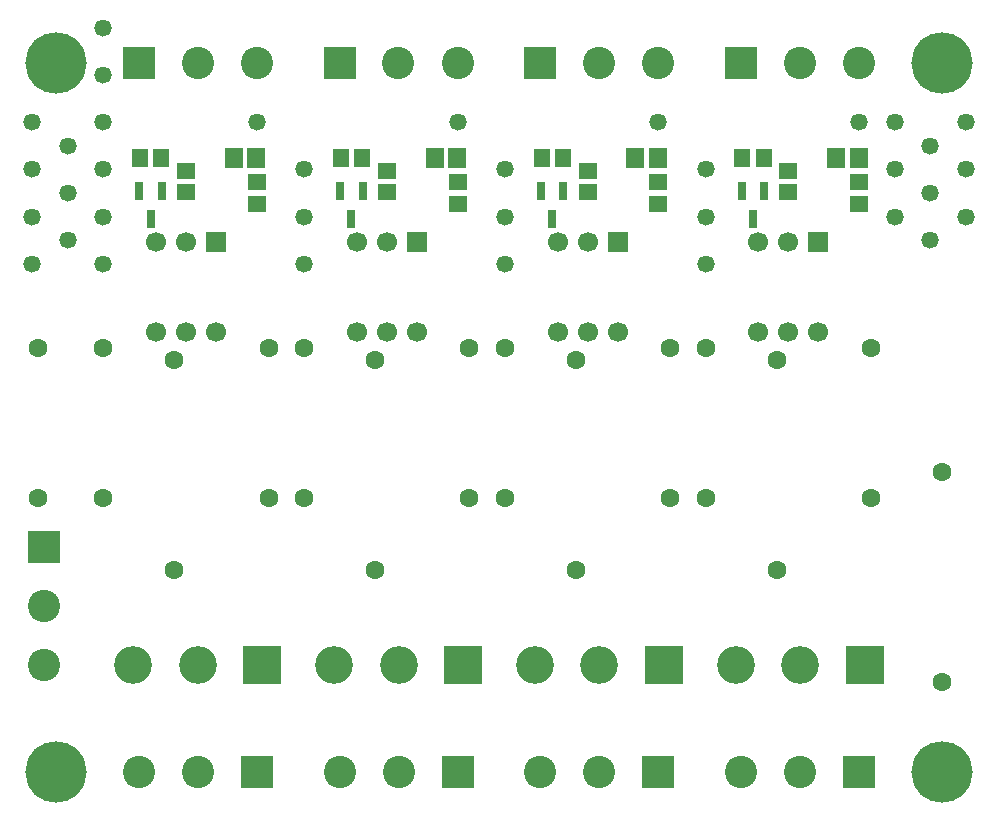
<source format=gts>
G04 Layer_Color=8388736*
%FSAX42Y42*%
%MOMM*%
G71*
G01*
G75*
%ADD10R,1.50X1.70*%
%ADD11R,0.80X1.65*%
%ADD12R,1.60X1.40*%
%ADD13R,1.40X1.60*%
%ADD14R,3.20X3.20*%
%ADD15C,3.20*%
%ADD16R,2.74X2.74*%
%ADD17C,2.74*%
%ADD18R,2.74X2.74*%
%ADD19C,1.60*%
%ADD20R,1.70X1.70*%
%ADD21C,1.70*%
%ADD22C,5.20*%
%ADD23C,1.47*%
D10*
X011195Y016200D02*
D03*
X011005Y016200D02*
D03*
X012895Y016200D02*
D03*
X012705Y016200D02*
D03*
X014595Y016200D02*
D03*
X014405Y016200D02*
D03*
X016295Y016200D02*
D03*
X016105Y016200D02*
D03*
D11*
X010395Y015918D02*
D03*
X010205Y015918D02*
D03*
X010300Y015682D02*
D03*
X012095Y015918D02*
D03*
X011905Y015918D02*
D03*
X012000Y015682D02*
D03*
X013795Y015918D02*
D03*
X013605Y015918D02*
D03*
X013700Y015682D02*
D03*
X015495Y015918D02*
D03*
X015305Y015918D02*
D03*
X015400Y015682D02*
D03*
D12*
X011200Y015810D02*
D03*
X011200Y015990D02*
D03*
X010600Y016090D02*
D03*
X010600Y015910D02*
D03*
X012900Y015810D02*
D03*
X012900Y015990D02*
D03*
X012300Y016090D02*
D03*
X012300Y015910D02*
D03*
X014600Y015810D02*
D03*
X014600Y015990D02*
D03*
X014000Y016090D02*
D03*
X014000Y015910D02*
D03*
X016300Y015810D02*
D03*
X016300Y015990D02*
D03*
X015700Y016090D02*
D03*
X015700Y015910D02*
D03*
D13*
X010390Y016200D02*
D03*
X010210Y016200D02*
D03*
X012090Y016200D02*
D03*
X011910Y016200D02*
D03*
X013790Y016200D02*
D03*
X013610Y016200D02*
D03*
X015490Y016200D02*
D03*
X015310Y016200D02*
D03*
D14*
X014645Y011900D02*
D03*
X016345Y011900D02*
D03*
X011245Y011900D02*
D03*
X012945Y011900D02*
D03*
D15*
X014100Y011900D02*
D03*
X013555Y011900D02*
D03*
X015800Y011900D02*
D03*
X015255Y011900D02*
D03*
X010700Y011900D02*
D03*
X010155Y011900D02*
D03*
X012400Y011900D02*
D03*
X011855Y011900D02*
D03*
D16*
X010200Y017000D02*
D03*
X011200Y011000D02*
D03*
X011900Y017000D02*
D03*
X012900Y011000D02*
D03*
X013600Y017000D02*
D03*
X014600Y011000D02*
D03*
X015300Y017000D02*
D03*
X016300Y011000D02*
D03*
D17*
X010699Y017000D02*
D03*
X011200Y017000D02*
D03*
X009400Y012401D02*
D03*
X009400Y011900D02*
D03*
X010701Y011000D02*
D03*
X010200Y011000D02*
D03*
X012399Y017000D02*
D03*
X012900Y017000D02*
D03*
X012401Y011000D02*
D03*
X011900Y011000D02*
D03*
X014099Y017000D02*
D03*
X014600Y017000D02*
D03*
X014101Y011000D02*
D03*
X013600Y011000D02*
D03*
X015799Y017000D02*
D03*
X016300Y017000D02*
D03*
X015801Y011000D02*
D03*
X015300Y011000D02*
D03*
D18*
X009400Y012900D02*
D03*
D19*
X009350Y013315D02*
D03*
X009350Y014585D02*
D03*
X011300Y013315D02*
D03*
X011300Y014585D02*
D03*
X009900Y013315D02*
D03*
X009900Y014585D02*
D03*
X013000Y013315D02*
D03*
X013000Y014585D02*
D03*
X011600Y013315D02*
D03*
X011600Y014585D02*
D03*
X014700Y013315D02*
D03*
X014700Y014585D02*
D03*
X013300Y013315D02*
D03*
X013300Y014585D02*
D03*
X016400Y013315D02*
D03*
X016400Y014585D02*
D03*
X015000Y013315D02*
D03*
X015000Y014585D02*
D03*
X010500Y014489D02*
D03*
X010500Y012711D02*
D03*
X012200Y014489D02*
D03*
X012200Y012711D02*
D03*
X013900Y014489D02*
D03*
X013900Y012711D02*
D03*
X015600Y014489D02*
D03*
X015600Y012711D02*
D03*
X017000Y013539D02*
D03*
X017000Y011761D02*
D03*
D20*
X010854Y015481D02*
D03*
X012554Y015481D02*
D03*
X014254Y015481D02*
D03*
X015954Y015481D02*
D03*
D21*
X010600Y015481D02*
D03*
X010346Y015481D02*
D03*
X010854Y014719D02*
D03*
X010600Y014719D02*
D03*
X010346Y014719D02*
D03*
X012300Y015481D02*
D03*
X012046Y015481D02*
D03*
X012554Y014719D02*
D03*
X012300Y014719D02*
D03*
X012046Y014719D02*
D03*
X014000Y015481D02*
D03*
X013746Y015481D02*
D03*
X014254Y014719D02*
D03*
X014000Y014719D02*
D03*
X013746Y014719D02*
D03*
X015700Y015481D02*
D03*
X015446Y015481D02*
D03*
X015954Y014719D02*
D03*
X015700Y014719D02*
D03*
X015446Y014719D02*
D03*
D22*
X017000Y011000D02*
D03*
X017000Y017000D02*
D03*
X009500Y017000D02*
D03*
X009500Y011000D02*
D03*
D23*
X011200Y016500D02*
D03*
X012900Y016500D02*
D03*
X014600Y016500D02*
D03*
X016300Y016500D02*
D03*
X015000Y016100D02*
D03*
X013300Y016100D02*
D03*
X011600Y016100D02*
D03*
X009900Y016100D02*
D03*
X009300Y015300D02*
D03*
X009300Y015700D02*
D03*
X009300Y016100D02*
D03*
X009300Y016500D02*
D03*
X009600Y015500D02*
D03*
X009600Y015900D02*
D03*
X009600Y016300D02*
D03*
X017200Y015700D02*
D03*
X017200Y016100D02*
D03*
X017200Y016500D02*
D03*
X016900Y016300D02*
D03*
X016900Y015900D02*
D03*
X016600Y016100D02*
D03*
X009900Y015700D02*
D03*
X016600Y015700D02*
D03*
X016900Y015500D02*
D03*
X016600Y016500D02*
D03*
X009900Y016500D02*
D03*
X011600Y015700D02*
D03*
X013300Y015700D02*
D03*
X015000Y015700D02*
D03*
X009900Y016900D02*
D03*
X009900Y017300D02*
D03*
X015000Y015300D02*
D03*
X013300Y015300D02*
D03*
X011600Y015300D02*
D03*
X009900Y015300D02*
D03*
M02*

</source>
